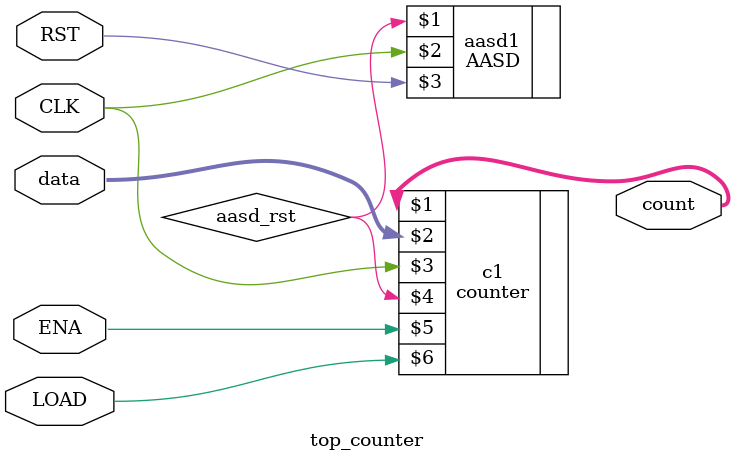
<source format=sv>
/*****************************************************************
 ***														   ***
 *** ECE526 L Experiment #4 		   Juan Silva, Spring 2019 ***
 *** 														   ***
 *** Behavioral Modeling of a Counter 	 			   		   ***
 *****************************************************************
 *** Filename: top_counter.v	Created by Juan Silva, 3/7/19  ***
 ***														   ***
 *****************************************************************
 *** This top level module will instantiate the two lower level*** 	   													   
 *** modules necessary to construct a counter with an AASD.	   ***
 *****************************************************************/

`timescale 1 ns / 1 ns

module top_counter(count, data, CLK, RST, ENA, LOAD);

output [4:0] count;
input [4:0] data;
input CLK, LOAD, ENA, RST;
wire aasd_rst;

	AASD aasd1(aasd_rst, CLK, RST);
	counter c1(count, data, CLK, aasd_rst, ENA, LOAD);
		
endmodule
</source>
